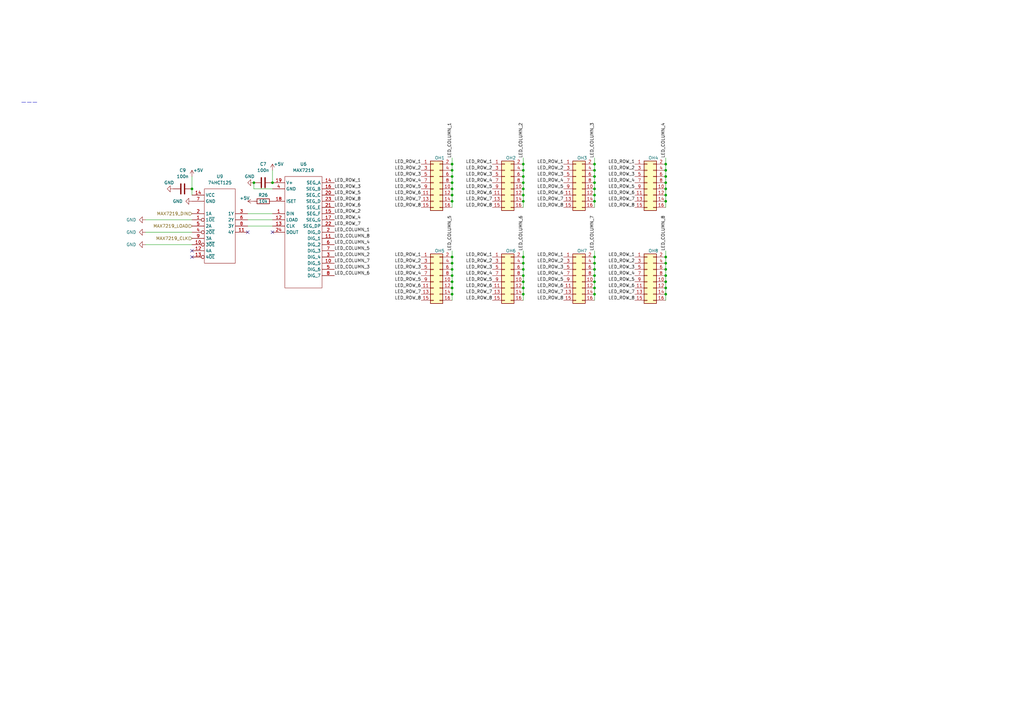
<source format=kicad_sch>
(kicad_sch (version 20211123) (generator eeschema)
  (paper "A3")
  (lib_symbols
    (symbol "Connector_Generic:Conn_02x08_Odd_Even" (pin_names (offset 1.016) hide)
      (property "Reference" "J" (at 1.27 10.16 0))
      (property "Value" "Conn_02x08_Odd_Even" (at 1.27 -12.7 0))
      (symbol "Conn_02x08_Odd_Even_1_1"
        (rectangle (start -1.27 -10.033) (end 0 -10.287) (stroke (width 0.1524)))
        (rectangle (start -1.27 -7.493) (end 0 -7.747) (stroke (width 0.1524)))
        (rectangle (start -1.27 -4.953) (end 0 -5.207) (stroke (width 0.1524)))
        (rectangle (start -1.27 -2.413) (end 0 -2.667) (stroke (width 0.1524)))
        (rectangle (start -1.27 0.127) (end 0 -0.127) (stroke (width 0.1524)))
        (rectangle (start -1.27 2.667) (end 0 2.413) (stroke (width 0.1524)))
        (rectangle (start -1.27 5.207) (end 0 4.953) (stroke (width 0.1524)))
        (rectangle (start -1.27 7.747) (end 0 7.493) (stroke (width 0.1524)))
        (rectangle (start -1.27 8.89) (end 3.81 -11.43) (stroke (width 0.254)) (fill (type background)))
        (rectangle (start 3.81 -10.033) (end 2.54 -10.287) (stroke (width 0.1524)))
        (rectangle (start 3.81 -7.493) (end 2.54 -7.747) (stroke (width 0.1524)))
        (rectangle (start 3.81 -4.953) (end 2.54 -5.207) (stroke (width 0.1524)))
        (rectangle (start 3.81 -2.413) (end 2.54 -2.667) (stroke (width 0.1524)))
        (rectangle (start 3.81 0.127) (end 2.54 -0.127) (stroke (width 0.1524)))
        (rectangle (start 3.81 2.667) (end 2.54 2.413) (stroke (width 0.1524)))
        (rectangle (start 3.81 5.207) (end 2.54 4.953) (stroke (width 0.1524)))
        (rectangle (start 3.81 7.747) (end 2.54 7.493) (stroke (width 0.1524)))
        (pin passive line (at -5.08 7.62 0) (length 3.81) (name "Pin_1") (number "1"))
        (pin passive line (at 7.62 -2.54 180) (length 3.81) (name "Pin_10") (number "10"))
        (pin passive line (at -5.08 -5.08 0) (length 3.81) (name "Pin_11") (number "11"))
        (pin passive line (at 7.62 -5.08 180) (length 3.81) (name "Pin_12") (number "12"))
        (pin passive line (at -5.08 -7.62 0) (length 3.81) (name "Pin_13") (number "13"))
        (pin passive line (at 7.62 -7.62 180) (length 3.81) (name "Pin_14") (number "14"))
        (pin passive line (at -5.08 -10.16 0) (length 3.81) (name "Pin_15") (number "15"))
        (pin passive line (at 7.62 -10.16 180) (length 3.81) (name "Pin_16") (number "16"))
        (pin passive line (at 7.62 7.62 180) (length 3.81) (name "Pin_2") (number "2"))
        (pin passive line (at -5.08 5.08 0) (length 3.81) (name "Pin_3") (number "3"))
        (pin passive line (at 7.62 5.08 180) (length 3.81) (name "Pin_4") (number "4"))
        (pin passive line (at -5.08 2.54 0) (length 3.81) (name "Pin_5") (number "5"))
        (pin passive line (at 7.62 2.54 180) (length 3.81) (name "Pin_6") (number "6"))
        (pin passive line (at -5.08 0 0) (length 3.81) (name "Pin_7") (number "7"))
        (pin passive line (at 7.62 0 180) (length 3.81) (name "Pin_8") (number "8"))
        (pin passive line (at -5.08 -2.54 0) (length 3.81) (name "Pin_9") (number "9"))
      )
    )
    (symbol "Device:C" (pin_numbers hide) (pin_names (offset 0.254))
      (property "Reference" "C" (at 0.635 2.54 0))
      (property "Value" "C" (at 0.635 -2.54 0))
      (symbol "C_0_1"
        (polyline (pts (xy -2.032 -0.762) (xy 2.032 -0.762)) (stroke (width 0.508)))
        (polyline (pts (xy -2.032 0.762) (xy 2.032 0.762)) (stroke (width 0.508)))
      )
      (symbol "C_1_1"
        (pin passive line (at 0 3.81 270) (length 2.794) (name "~") (number "1"))
        (pin passive line (at 0 -3.81 90) (length 2.794) (name "~") (number "2"))
      )
    )
    (symbol "Device:R" (pin_numbers hide) (pin_names (offset 0))
      (property "Reference" "R" (at 2.032 0 90))
      (property "Value" "R" (at 0 0 90))
      (symbol "R_0_1"
        (rectangle (start -1.016 -2.54) (end 1.016 2.54) (stroke (width 0.254)))
      )
      (symbol "R_1_1"
        (pin passive line (at 0 3.81 270) (length 1.27) (name "~") (number "1"))
        (pin passive line (at 0 -3.81 90) (length 1.27) (name "~") (number "2"))
      )
    )
    (symbol "igor_lib:74AHCT125"
      (property "Reference" "U?" (at 6.35 34.29 0))
      (property "Value" "74AHCT125" (at 6.35 31.75 0))
      (symbol "74AHCT125_0_0"
        (pin power_in line (at -5.08 27.94 0) (length 5.08) (name "VCC") (number "14"))
      )
      (symbol "74AHCT125_0_1"
        (rectangle (start 0 30.48) (end 12.7 0))
      )
      (symbol "74AHCT125_1_1"
        (pin input inverted (at -5.08 17.78 0) (length 5.08) (name "1~{OE}") (number "1"))
        (pin input inverted (at -5.08 7.62 0) (length 5.08) (name "3~{OE}") (number "10"))
        (pin output line (at 17.78 12.7 180) (length 5.08) (name "4Y") (number "11"))
        (pin input line (at -5.08 5.08 0) (length 5.08) (name "4A") (number "12"))
        (pin input inverted (at -5.08 2.54 0) (length 5.08) (name "4~{OE}") (number "13"))
        (pin input line (at -5.08 20.32 0) (length 5.08) (name "1A") (number "2"))
        (pin output line (at 17.78 20.32 180) (length 5.08) (name "1Y") (number "3"))
        (pin input inverted (at -5.08 12.7 0) (length 5.08) (name "2~{OE}") (number "4"))
        (pin input line (at -5.08 15.24 0) (length 5.08) (name "2A") (number "5"))
        (pin output line (at 17.78 17.78 180) (length 5.08) (name "2Y") (number "6"))
        (pin power_in line (at -5.08 25.4 0) (length 5.08) (name "GND") (number "7"))
        (pin output line (at 17.78 15.24 180) (length 5.08) (name "3Y") (number "8"))
        (pin input line (at -5.08 10.16 0) (length 5.08) (name "3A") (number "9"))
      )
    )
    (symbol "igor_lib:MAX7219"
      (property "Reference" "U?" (at 7.62 49.53 0))
      (property "Value" "MAX7219" (at 7.62 46.99 0))
      (symbol "MAX7219_0_1"
        (rectangle (start 0 45.72) (end 15.24 0))
      )
      (symbol "MAX7219_1_1"
        (pin input line (at -5.08 30.48 0) (length 5.08) (name "DIN") (number "1"))
        (pin output line (at 20.32 10.16 180) (length 5.08) (name "DIG_5") (number "10"))
        (pin output line (at 20.32 20.32 180) (length 5.08) (name "DIG_1") (number "11"))
        (pin input line (at -5.08 27.94 0) (length 5.08) (name "LOAD") (number "12"))
        (pin input line (at -5.08 25.4 0) (length 5.08) (name "CLK") (number "13"))
        (pin output line (at 20.32 43.18 180) (length 5.08) (name "SEG_A") (number "14"))
        (pin output line (at 20.32 30.48 180) (length 5.08) (name "SEG_F") (number "15"))
        (pin output line (at 20.32 40.64 180) (length 5.08) (name "SEG_B") (number "16"))
        (pin output line (at 20.32 27.94 180) (length 5.08) (name "SEG_G") (number "17"))
        (pin input line (at -5.08 35.56 0) (length 5.08) (name "ISET") (number "18"))
        (pin power_in line (at -5.08 43.18 0) (length 5.08) (name "V+") (number "19"))
        (pin output line (at 20.32 22.86 180) (length 5.08) (name "DIG_0") (number "2"))
        (pin output line (at 20.32 38.1 180) (length 5.08) (name "SEG_C") (number "20"))
        (pin output line (at 20.32 33.02 180) (length 5.08) (name "SEG_E") (number "21"))
        (pin output line (at 20.32 25.4 180) (length 5.08) (name "SEG_DP") (number "22"))
        (pin output line (at 20.32 35.56 180) (length 5.08) (name "SEG_D") (number "23"))
        (pin output line (at -5.08 22.86 0) (length 5.08) (name "DOUT") (number "24"))
        (pin output line (at 20.32 12.7 180) (length 5.08) (name "DIG_4") (number "3"))
        (pin power_in line (at -5.08 40.64 0) (length 5.08) (name "GND") (number "4"))
        (pin output line (at 20.32 7.62 180) (length 5.08) (name "DIG_6") (number "5"))
        (pin output line (at 20.32 17.78 180) (length 5.08) (name "DIG_2") (number "6"))
        (pin output line (at 20.32 15.24 180) (length 5.08) (name "DIG_3") (number "7"))
        (pin output line (at 20.32 5.08 180) (length 5.08) (name "DIG_7") (number "8"))
        (pin passive line (at -5.08 40.64 0) (length 5.08) hide (name "GND") (number "9"))
      )
    )
    (symbol "power:+5V" (power) (pin_names (offset 0))
      (property "Value" "+5V" (at 0 3.556 0))
      (symbol "+5V_0_1"
        (polyline (pts (xy -0.762 1.27) (xy 0 2.54)))
        (polyline (pts (xy 0 0) (xy 0 2.54)))
        (polyline (pts (xy 0 2.54) (xy 0.762 1.27)))
      )
      (symbol "+5V_1_1"
        (pin power_in line (at 0 0 90) (length 0) hide (name "+5V") (number "1"))
      )
    )
    (symbol "power:GND" (power) (pin_names (offset 0))
      (property "Value" "GND" (at 0 -3.81 0))
      (symbol "GND_0_1"
        (polyline (pts (xy 0 0) (xy 0 -1.27) (xy 1.27 -1.27) (xy 0 -2.54) (xy -1.27 -1.27) (xy 0 -1.27)))
      )
      (symbol "GND_1_1"
        (pin power_in line (at 0 0 270) (length 0) hide (name "GND") (number "1"))
      )
    )
  )
  (junction (at 243.84 69.85))
  (junction (at 214.63 110.49))
  (junction (at 185.42 105.41))
  (junction (at 243.84 115.57))
  (junction (at 273.05 107.95))
  (junction (at 185.42 82.55))
  (junction (at 214.63 120.65))
  (junction (at 214.63 80.01))
  (junction (at 78.74 77.47))
  (junction (at 243.84 74.93))
  (junction (at 243.84 82.55))
  (junction (at 185.42 67.31))
  (junction (at 273.05 72.39))
  (junction (at 273.05 69.85))
  (junction (at 185.42 120.65))
  (junction (at 273.05 82.55))
  (junction (at 273.05 113.03))
  (junction (at 214.63 72.39))
  (junction (at 185.42 72.39))
  (junction (at 273.05 115.57))
  (junction (at 185.42 77.47))
  (junction (at 214.63 67.31))
  (junction (at 214.63 82.55))
  (junction (at 273.05 118.11))
  (junction (at 185.42 80.01))
  (junction (at 214.63 113.03))
  (junction (at 111.76 74.93))
  (junction (at 185.42 118.11))
  (junction (at 214.63 69.85))
  (junction (at 214.63 105.41))
  (junction (at 214.63 115.57))
  (junction (at 243.84 120.65))
  (junction (at 273.05 77.47))
  (junction (at 214.63 77.47))
  (junction (at 243.84 110.49))
  (junction (at 243.84 67.31))
  (junction (at 273.05 105.41))
  (junction (at 243.84 72.39))
  (junction (at 185.42 115.57))
  (junction (at 214.63 107.95))
  (junction (at 185.42 74.93))
  (junction (at 243.84 105.41))
  (junction (at 214.63 74.93))
  (junction (at 273.05 110.49))
  (junction (at 243.84 80.01))
  (junction (at 185.42 107.95))
  (junction (at 243.84 107.95))
  (junction (at 185.42 69.85))
  (junction (at 104.14 74.93))
  (junction (at 273.05 74.93))
  (junction (at 185.42 110.49))
  (junction (at 273.05 67.31))
  (junction (at 214.63 118.11))
  (junction (at 185.42 113.03))
  (junction (at 243.84 77.47))
  (junction (at 243.84 118.11))
  (junction (at 243.84 113.03))
  (junction (at 273.05 120.65))
  (junction (at 273.05 80.01))
  (no_connect (at 78.74 102.87))
  (no_connect (at 78.74 105.41))
  (no_connect (at 111.76 95.25))
  (no_connect (at 101.6 95.25))
  (wire (pts (xy 273.05 74.93) (xy 273.05 77.47)))
  (wire (pts (xy 111.76 69.85) (xy 111.76 74.93)))
  (wire (pts (xy 101.6 92.71) (xy 111.76 92.71)))
  (wire (pts (xy 243.84 74.93) (xy 243.84 77.47)))
  (wire (pts (xy 214.63 107.95) (xy 214.63 110.49)))
  (wire (pts (xy 214.63 67.31) (xy 214.63 69.85)))
  (wire (pts (xy 273.05 115.57) (xy 273.05 118.11)))
  (wire (pts (xy 185.42 107.95) (xy 185.42 110.49)))
  (wire (pts (xy 214.63 115.57) (xy 214.63 118.11)))
  (wire (pts (xy 185.42 72.39) (xy 185.42 74.93)))
  (wire (pts (xy 273.05 80.01) (xy 273.05 82.55)))
  (wire (pts (xy 243.84 115.57) (xy 243.84 118.11)))
  (polyline (pts (xy 8.89 41.91) (xy 15.24 41.91)))
  (wire (pts (xy 214.63 110.49) (xy 214.63 113.03)))
  (wire (pts (xy 273.05 77.47) (xy 273.05 80.01)))
  (wire (pts (xy 214.63 64.77) (xy 214.63 67.31)))
  (wire (pts (xy 273.05 82.55) (xy 273.05 85.09)))
  (wire (pts (xy 185.42 120.65) (xy 185.42 123.19)))
  (wire (pts (xy 214.63 77.47) (xy 214.63 80.01)))
  (wire (pts (xy 214.63 72.39) (xy 214.63 74.93)))
  (wire (pts (xy 185.42 74.93) (xy 185.42 77.47)))
  (wire (pts (xy 214.63 118.11) (xy 214.63 120.65)))
  (wire (pts (xy 185.42 82.55) (xy 185.42 85.09)))
  (wire (pts (xy 243.84 67.31) (xy 243.84 69.85)))
  (wire (pts (xy 243.84 105.41) (xy 243.84 107.95)))
  (wire (pts (xy 185.42 113.03) (xy 185.42 115.57)))
  (wire (pts (xy 214.63 102.87) (xy 214.63 105.41)))
  (wire (pts (xy 185.42 110.49) (xy 185.42 113.03)))
  (wire (pts (xy 78.74 77.47) (xy 78.74 80.01)))
  (wire (pts (xy 214.63 74.93) (xy 214.63 77.47)))
  (wire (pts (xy 243.84 118.11) (xy 243.84 120.65)))
  (wire (pts (xy 273.05 120.65) (xy 273.05 123.19)))
  (wire (pts (xy 243.84 80.01) (xy 243.84 82.55)))
  (wire (pts (xy 243.84 107.95) (xy 243.84 110.49)))
  (wire (pts (xy 273.05 107.95) (xy 273.05 110.49)))
  (wire (pts (xy 78.74 72.39) (xy 78.74 77.47)))
  (wire (pts (xy 214.63 82.55) (xy 214.63 85.09)))
  (wire (pts (xy 273.05 64.77) (xy 273.05 67.31)))
  (wire (pts (xy 214.63 80.01) (xy 214.63 82.55)))
  (wire (pts (xy 273.05 110.49) (xy 273.05 113.03)))
  (wire (pts (xy 185.42 80.01) (xy 185.42 82.55)))
  (wire (pts (xy 214.63 69.85) (xy 214.63 72.39)))
  (wire (pts (xy 185.42 67.31) (xy 185.42 69.85)))
  (wire (pts (xy 101.6 90.17) (xy 111.76 90.17)))
  (wire (pts (xy 243.84 82.55) (xy 243.84 85.09)))
  (wire (pts (xy 243.84 110.49) (xy 243.84 113.03)))
  (wire (pts (xy 273.05 118.11) (xy 273.05 120.65)))
  (wire (pts (xy 273.05 102.87) (xy 273.05 105.41)))
  (wire (pts (xy 185.42 102.87) (xy 185.42 105.41)))
  (wire (pts (xy 243.84 102.87) (xy 243.84 105.41)))
  (wire (pts (xy 214.63 105.41) (xy 214.63 107.95)))
  (wire (pts (xy 273.05 113.03) (xy 273.05 115.57)))
  (wire (pts (xy 185.42 118.11) (xy 185.42 120.65)))
  (wire (pts (xy 243.84 120.65) (xy 243.84 123.19)))
  (wire (pts (xy 185.42 67.31) (xy 185.42 64.77)))
  (wire (pts (xy 214.63 113.03) (xy 214.63 115.57)))
  (wire (pts (xy 111.76 77.47) (xy 104.14 77.47)))
  (wire (pts (xy 185.42 69.85) (xy 185.42 72.39)))
  (wire (pts (xy 273.05 105.41) (xy 273.05 107.95)))
  (wire (pts (xy 59.69 100.33) (xy 78.74 100.33)))
  (wire (pts (xy 243.84 77.47) (xy 243.84 80.01)))
  (wire (pts (xy 101.6 87.63) (xy 111.76 87.63)))
  (wire (pts (xy 59.69 95.25) (xy 78.74 95.25)))
  (wire (pts (xy 104.14 77.47) (xy 104.14 74.93)))
  (wire (pts (xy 243.84 69.85) (xy 243.84 72.39)))
  (wire (pts (xy 243.84 72.39) (xy 243.84 74.93)))
  (wire (pts (xy 185.42 115.57) (xy 185.42 118.11)))
  (wire (pts (xy 273.05 72.39) (xy 273.05 74.93)))
  (wire (pts (xy 59.69 90.17) (xy 78.74 90.17)))
  (wire (pts (xy 214.63 120.65) (xy 214.63 123.19)))
  (wire (pts (xy 185.42 105.41) (xy 185.42 107.95)))
  (wire (pts (xy 243.84 113.03) (xy 243.84 115.57)))
  (wire (pts (xy 243.84 64.77) (xy 243.84 67.31)))
  (wire (pts (xy 273.05 67.31) (xy 273.05 69.85)))
  (wire (pts (xy 185.42 77.47) (xy 185.42 80.01)))
  (wire (pts (xy 273.05 69.85) (xy 273.05 72.39)))
  (label "LED_ROW_1" (at 201.93 105.41 180))
  (label "LED_ROW_7" (at 201.93 120.65 180))
  (label "LED_COLUMN_5" (at 137.16 102.87 0))
  (label "LED_ROW_4" (at 201.93 74.93 180))
  (label "LED_ROW_1" (at 231.14 105.41 180))
  (label "LED_ROW_8" (at 260.35 123.19 180))
  (label "LED_ROW_7" (at 260.35 82.55 180))
  (label "LED_ROW_2" (at 172.72 69.85 180))
  (label "LED_COLUMN_4" (at 137.16 100.33 0))
  (label "LED_ROW_2" (at 172.72 107.95 180))
  (label "LED_COLUMN_1" (at 137.16 95.25 0))
  (label "LED_ROW_1" (at 137.16 74.93 0))
  (label "LED_ROW_8" (at 201.93 123.19 180))
  (label "LED_COLUMN_5" (at 185.42 102.87 90))
  (label "LED_ROW_3" (at 231.14 110.49 180))
  (label "LED_ROW_8" (at 231.14 123.19 180))
  (label "LED_ROW_8" (at 231.14 85.09 180))
  (label "LED_ROW_6" (at 231.14 118.11 180))
  (label "LED_ROW_6" (at 260.35 118.11 180))
  (label "LED_ROW_7" (at 172.72 120.65 180))
  (label "LED_ROW_8" (at 201.93 85.09 180))
  (label "LED_ROW_5" (at 231.14 77.47 180))
  (label "LED_ROW_4" (at 231.14 74.93 180))
  (label "LED_ROW_4" (at 201.93 113.03 180))
  (label "LED_COLUMN_7" (at 243.84 102.87 90))
  (label "LED_ROW_3" (at 231.14 72.39 180))
  (label "LED_ROW_2" (at 137.16 87.63 0))
  (label "LED_ROW_5" (at 172.72 77.47 180))
  (label "LED_ROW_1" (at 231.14 67.31 180))
  (label "LED_ROW_5" (at 231.14 115.57 180))
  (label "LED_ROW_3" (at 260.35 110.49 180))
  (label "LED_COLUMN_8" (at 273.05 102.87 90))
  (label "LED_ROW_6" (at 260.35 80.01 180))
  (label "LED_COLUMN_6" (at 137.16 113.03 0))
  (label "LED_ROW_7" (at 231.14 82.55 180))
  (label "LED_COLUMN_3" (at 243.84 64.77 90))
  (label "LED_ROW_6" (at 201.93 80.01 180))
  (label "LED_ROW_5" (at 260.35 77.47 180))
  (label "LED_ROW_1" (at 260.35 67.31 180))
  (label "LED_ROW_3" (at 172.72 72.39 180))
  (label "LED_COLUMN_3" (at 137.16 110.49 0))
  (label "LED_ROW_7" (at 231.14 120.65 180))
  (label "LED_ROW_2" (at 201.93 107.95 180))
  (label "LED_ROW_7" (at 260.35 120.65 180))
  (label "LED_ROW_4" (at 231.14 113.03 180))
  (label "LED_ROW_5" (at 137.16 80.01 0))
  (label "LED_ROW_1" (at 172.72 67.31 180))
  (label "LED_ROW_2" (at 201.93 69.85 180))
  (label "LED_ROW_2" (at 260.35 107.95 180))
  (label "LED_ROW_5" (at 201.93 77.47 180))
  (label "LED_ROW_3" (at 260.35 72.39 180))
  (label "LED_ROW_5" (at 201.93 115.57 180))
  (label "LED_COLUMN_7" (at 137.16 107.95 0))
  (label "LED_COLUMN_4" (at 273.05 64.77 90))
  (label "LED_ROW_1" (at 260.35 105.41 180))
  (label "LED_COLUMN_6" (at 214.63 102.87 90))
  (label "LED_ROW_5" (at 172.72 115.57 180))
  (label "LED_ROW_4" (at 172.72 113.03 180))
  (label "LED_ROW_1" (at 201.93 67.31 180))
  (label "LED_ROW_5" (at 260.35 115.57 180))
  (label "LED_ROW_8" (at 172.72 123.19 180))
  (label "LED_ROW_4" (at 137.16 90.17 0))
  (label "LED_ROW_2" (at 260.35 69.85 180))
  (label "LED_ROW_6" (at 201.93 118.11 180))
  (label "LED_COLUMN_1" (at 185.42 64.77 90))
  (label "LED_ROW_6" (at 231.14 80.01 180))
  (label "LED_ROW_2" (at 231.14 69.85 180))
  (label "LED_COLUMN_8" (at 137.16 97.79 0))
  (label "LED_ROW_8" (at 137.16 82.55 0))
  (label "LED_ROW_2" (at 231.14 107.95 180))
  (label "LED_ROW_6" (at 137.16 85.09 0))
  (label "LED_ROW_8" (at 172.72 85.09 180))
  (label "LED_ROW_3" (at 172.72 110.49 180))
  (label "LED_ROW_3" (at 201.93 72.39 180))
  (label "LED_ROW_6" (at 172.72 118.11 180))
  (label "LED_COLUMN_2" (at 214.63 64.77 90))
  (label "LED_ROW_3" (at 201.93 110.49 180))
  (label "LED_ROW_7" (at 201.93 82.55 180))
  (label "LED_ROW_7" (at 137.16 92.71 0))
  (label "LED_ROW_8" (at 260.35 85.09 180))
  (label "LED_ROW_4" (at 172.72 74.93 180))
  (label "LED_COLUMN_2" (at 137.16 105.41 0))
  (label "LED_ROW_1" (at 172.72 105.41 180))
  (label "LED_ROW_4" (at 260.35 74.93 180))
  (label "LED_ROW_3" (at 137.16 77.47 0))
  (label "LED_ROW_7" (at 172.72 82.55 180))
  (label "LED_ROW_4" (at 260.35 113.03 180))
  (label "LED_ROW_6" (at 172.72 80.01 180))
  (hierarchical_label "MAX7219_CLK" (shape input) (at 78.74 97.79 180))
  (hierarchical_label "MAX7219_DIN" (shape input) (at 78.74 87.63 180))
  (hierarchical_label "MAX7219_LOAD" (shape input) (at 78.74 92.71 180))
  (symbol (lib_id "Connector_Generic:Conn_02x08_Odd_Even") (at 265.43 113.03 0) (unit 1)
    (property "Reference" "OH8" (at 267.97 102.87 0))
    (property "Value" "Conn_02x08_Top_Bottom" (effects hide))
    (property "Footprint" "Connector_PinHeader_2.54mm:PinHeader_2x08_P2.54mm_Vertical" (effects hide))
  )
  (symbol (lib_id "Connector_Generic:Conn_02x08_Odd_Even") (at 177.8 113.03 0) (unit 1)
    (property "Reference" "OH5" (at 180.34 102.87 0))
    (property "Value" "Conn_02x08_Top_Bottom" (effects hide))
    (property "Footprint" "Connector_PinHeader_2.54mm:PinHeader_2x08_P2.54mm_Vertical" (effects hide))
  )
  (symbol (lib_id "power:+5V") (at 111.76 69.85 0) (unit 1)
    (property "Reference" "#PWR0131" (effects hide))
    (property "Value" "+5V" (at 114.3 67.31 0))
  )
  (symbol (lib_id "Connector_Generic:Conn_02x08_Odd_Even") (at 207.01 113.03 0) (unit 1)
    (property "Reference" "OH6" (at 209.55 102.87 0))
    (property "Value" "Conn_02x08_Top_Bottom" (effects hide))
    (property "Footprint" "Connector_PinHeader_2.54mm:PinHeader_2x08_P2.54mm_Vertical" (effects hide))
  )
  (symbol (lib_id "power:GND") (at 59.69 100.33 270) (unit 1)
    (property "Reference" "#PWR0136" (effects hide))
    (property "Value" "GND" (at 55.88 100.3299 90) (effects (justify right)))
  )
  (symbol (lib_id "power:GND") (at 59.69 95.25 270) (unit 1)
    (property "Reference" "#PWR0137" (effects hide))
    (property "Value" "GND" (at 55.88 95.2499 90) (effects (justify right)))
  )
  (symbol (lib_id "power:+5V") (at 78.74 72.39 0) (unit 1)
    (property "Reference" "#PWR0141" (effects hide))
    (property "Value" "+5V" (at 81.28 69.85 0))
  )
  (symbol (lib_id "Connector_Generic:Conn_02x08_Odd_Even") (at 236.22 74.93 0) (unit 1)
    (property "Reference" "OH3" (at 238.76 64.77 0))
    (property "Value" "Conn_02x08_Top_Bottom" (effects hide))
    (property "Footprint" "Connector_PinHeader_2.54mm:PinHeader_2x08_P2.54mm_Vertical" (effects hide))
  )
  (symbol (lib_id "power:GND") (at 104.14 74.93 270) (unit 1)
    (property "Reference" "#PWR0130" (effects hide))
    (property "Value" "GND" (at 100.33 72.39 90) (effects (justify left)))
  )
  (symbol (lib_id "power:+5V") (at 104.14 82.55 90) (unit 1)
    (property "Reference" "#PWR0171" (effects hide))
    (property "Value" "+5V" (at 100.33 81.28 90))
  )
  (symbol (lib_id "power:GND") (at 59.69 90.17 270) (unit 1)
    (property "Reference" "#PWR0138" (effects hide))
    (property "Value" "GND" (at 55.88 90.1699 90) (effects (justify right)))
  )
  (symbol (lib_id "Device:R") (at 107.95 82.55 90) (unit 1)
    (property "Reference" "R26" (at 107.95 80.01 90))
    (property "Value" "10k" (at 107.95 82.55 90))
    (property "Footprint" "Resistor_SMD:R_0402_1005Metric" (effects hide))
    (property "LCSC" "C25744" (effects hide))
  )
  (symbol (lib_id "Connector_Generic:Conn_02x08_Odd_Even") (at 207.01 74.93 0) (unit 1)
    (property "Reference" "OH2" (at 209.55 64.77 0))
    (property "Value" "Conn_02x08_Top_Bottom" (effects hide))
    (property "Footprint" "Connector_PinHeader_2.54mm:PinHeader_2x08_P2.54mm_Vertical" (effects hide))
  )
  (symbol (lib_id "power:GND") (at 78.74 82.55 270) (unit 1)
    (property "Reference" "#PWR0140" (effects hide))
    (property "Value" "GND" (at 74.93 82.5499 90) (effects (justify right)))
  )
  (symbol (lib_id "Device:C") (at 74.93 77.47 90) (unit 1)
    (property "Reference" "C9" (at 74.93 69.85 90))
    (property "Value" "100n" (at 74.93 72.39 90))
    (property "Footprint" "Capacitor_SMD:C_0402_1005Metric" (effects hide))
    (property "LCSC" "C1525" (effects hide))
  )
  (symbol (lib_id "Connector_Generic:Conn_02x08_Odd_Even") (at 236.22 113.03 0) (unit 1)
    (property "Reference" "OH7" (at 238.76 102.87 0))
    (property "Value" "Conn_02x08_Top_Bottom" (effects hide))
    (property "Footprint" "Connector_PinHeader_2.54mm:PinHeader_2x08_P2.54mm_Vertical" (effects hide))
  )
  (symbol (lib_id "igor_lib:MAX7219") (at 116.84 118.11 0) (unit 1)
    (property "Reference" "U6" (at 124.46 67.31 0))
    (property "Value" "MAX7219" (at 124.46 69.85 0))
    (property "Footprint" "Package_SO:SOIC-24W_7.5x15.4mm_P1.27mm" (effects hide))
    (property "LCSC" "C9964" (effects hide))
  )
  (symbol (lib_id "Device:C") (at 107.95 74.93 90) (unit 1)
    (property "Reference" "C7" (at 107.95 67.31 90))
    (property "Value" "100n" (at 107.95 69.85 90))
    (property "Footprint" "Capacitor_SMD:C_0402_1005Metric" (effects hide))
    (property "LCSC" "C1525" (effects hide))
  )
  (symbol (lib_id "power:GND") (at 71.12 77.47 270) (unit 1)
    (property "Reference" "#PWR0139" (effects hide))
    (property "Value" "GND" (at 67.31 74.93 90) (effects (justify left)))
  )
  (symbol (lib_id "Connector_Generic:Conn_02x08_Odd_Even") (at 177.8 74.93 0) (unit 1)
    (property "Reference" "OH1" (at 180.34 64.77 0))
    (property "Value" "Conn_02x08_Top_Bottom" (effects hide))
    (property "Footprint" "Connector_PinHeader_2.54mm:PinHeader_2x08_P2.54mm_Vertical" (effects hide))
  )
  (symbol (lib_id "Connector_Generic:Conn_02x08_Odd_Even") (at 265.43 74.93 0) (unit 1)
    (property "Reference" "OH4" (at 267.97 64.77 0))
    (property "Value" "Conn_02x08_Top_Bottom" (effects hide))
    (property "Footprint" "Connector_PinHeader_2.54mm:PinHeader_2x08_P2.54mm_Vertical" (effects hide))
  )
  (symbol (lib_id "igor_lib:74AHCT125") (at 83.82 107.95 0) (unit 1)
    (property "Reference" "U9" (at 90.17 72.39 0))
    (property "Value" "74HCT125" (at 90.17 74.93 0))
    (property "Footprint" "Package_SO:TSSOP-14_4.4x5mm_P0.65mm" (effects hide))
    (property "LCSC" "C36365" (effects hide))
  )
)
</source>
